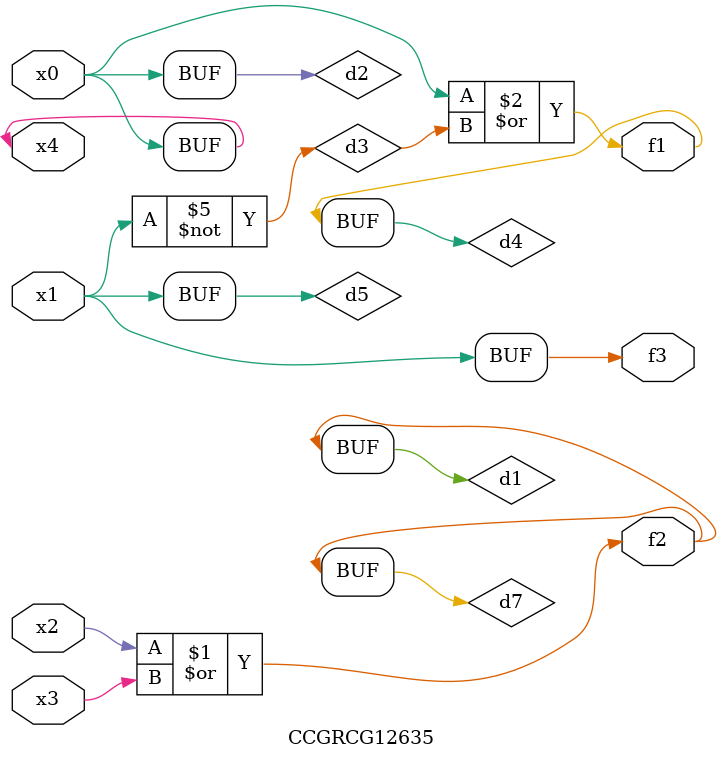
<source format=v>
module CCGRCG12635(
	input x0, x1, x2, x3, x4,
	output f1, f2, f3
);

	wire d1, d2, d3, d4, d5, d6, d7;

	or (d1, x2, x3);
	buf (d2, x0, x4);
	not (d3, x1);
	or (d4, d2, d3);
	not (d5, d3);
	nand (d6, d1, d3);
	or (d7, d1);
	assign f1 = d4;
	assign f2 = d7;
	assign f3 = d5;
endmodule

</source>
